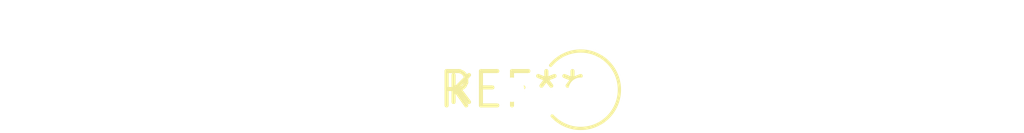
<source format=kicad_pcb>
(kicad_pcb (version 20240108) (generator pcbnew)
  (layers (0 "F.Cu" signal) (31 "B.Cu" signal) (34 "B.Paste" user) (35 "F.Paste" user) (36 "B.SilkS" user "B.Silkscreen") (37 "F.SilkS" user "F.Silkscreen") (38 "B.Mask" user) (39 "F.Mask" user) (44 "Edge.Cuts" user))
  (net 0 "")
  (footprint "D_A-405_P2.54mm_Vertical_KathodeUp" (layer "F.Cu") (at 0 0)
    (property "Reference" "REF**")
    (property "Value" "D_A-405_P2.54mm_Vertical_KathodeUp")
    (fp_arc (start 1.426761 -0.9) (mid 3.970816 -0.045469) (end 1.48615 0.968866) (layer "F.SilkS") (stroke (width 0.12)))
    (fp_text user "K" (at -1.9 0 0) (layer "F.SilkS"))
    (pad "1" thru_hole rect (at 0 0) (size 1.8 1.8) (drill 0.9) (layers *.Cu *.Mask) (remove_unused_layers))
    (pad "2" thru_hole oval (at 2.54 0) (size 1.8 1.8) (drill 0.9) (layers *.Cu *.Mask) (remove_unused_layers))
  )
)
</source>
